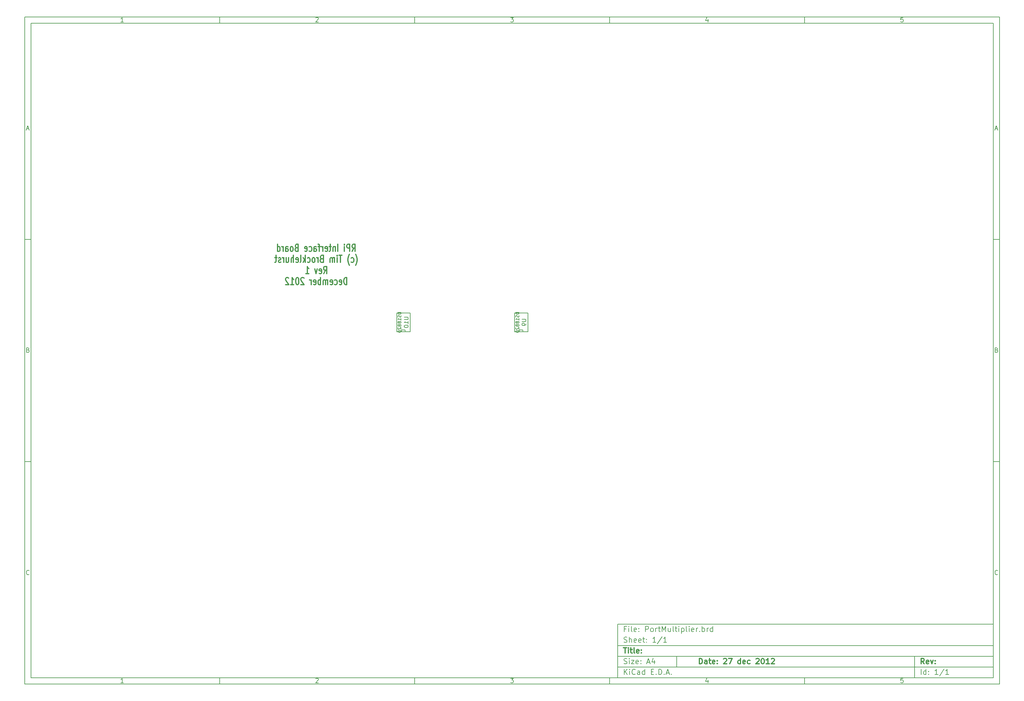
<source format=gbo>
G04 (created by PCBNEW-RS274X (2012-apr-16-27)-stable) date Thu 27 Dec 2012 11:36:06 GMT*
G01*
G70*
G90*
%MOIN*%
G04 Gerber Fmt 3.4, Leading zero omitted, Abs format*
%FSLAX34Y34*%
G04 APERTURE LIST*
%ADD10C,0.006000*%
%ADD11C,0.012000*%
%ADD12C,0.005000*%
G04 APERTURE END LIST*
G54D10*
X04000Y-04000D02*
X113000Y-04000D01*
X113000Y-78670D01*
X04000Y-78670D01*
X04000Y-04000D01*
X04700Y-04700D02*
X112300Y-04700D01*
X112300Y-77970D01*
X04700Y-77970D01*
X04700Y-04700D01*
X25800Y-04000D02*
X25800Y-04700D01*
X15043Y-04552D02*
X14757Y-04552D01*
X14900Y-04552D02*
X14900Y-04052D01*
X14852Y-04124D01*
X14805Y-04171D01*
X14757Y-04195D01*
X25800Y-78670D02*
X25800Y-77970D01*
X15043Y-78522D02*
X14757Y-78522D01*
X14900Y-78522D02*
X14900Y-78022D01*
X14852Y-78094D01*
X14805Y-78141D01*
X14757Y-78165D01*
X47600Y-04000D02*
X47600Y-04700D01*
X36557Y-04100D02*
X36581Y-04076D01*
X36629Y-04052D01*
X36748Y-04052D01*
X36795Y-04076D01*
X36819Y-04100D01*
X36843Y-04148D01*
X36843Y-04195D01*
X36819Y-04267D01*
X36533Y-04552D01*
X36843Y-04552D01*
X47600Y-78670D02*
X47600Y-77970D01*
X36557Y-78070D02*
X36581Y-78046D01*
X36629Y-78022D01*
X36748Y-78022D01*
X36795Y-78046D01*
X36819Y-78070D01*
X36843Y-78118D01*
X36843Y-78165D01*
X36819Y-78237D01*
X36533Y-78522D01*
X36843Y-78522D01*
X69400Y-04000D02*
X69400Y-04700D01*
X58333Y-04052D02*
X58643Y-04052D01*
X58476Y-04243D01*
X58548Y-04243D01*
X58595Y-04267D01*
X58619Y-04290D01*
X58643Y-04338D01*
X58643Y-04457D01*
X58619Y-04505D01*
X58595Y-04529D01*
X58548Y-04552D01*
X58405Y-04552D01*
X58357Y-04529D01*
X58333Y-04505D01*
X69400Y-78670D02*
X69400Y-77970D01*
X58333Y-78022D02*
X58643Y-78022D01*
X58476Y-78213D01*
X58548Y-78213D01*
X58595Y-78237D01*
X58619Y-78260D01*
X58643Y-78308D01*
X58643Y-78427D01*
X58619Y-78475D01*
X58595Y-78499D01*
X58548Y-78522D01*
X58405Y-78522D01*
X58357Y-78499D01*
X58333Y-78475D01*
X91200Y-04000D02*
X91200Y-04700D01*
X80395Y-04219D02*
X80395Y-04552D01*
X80276Y-04029D02*
X80157Y-04386D01*
X80467Y-04386D01*
X91200Y-78670D02*
X91200Y-77970D01*
X80395Y-78189D02*
X80395Y-78522D01*
X80276Y-77999D02*
X80157Y-78356D01*
X80467Y-78356D01*
X102219Y-04052D02*
X101981Y-04052D01*
X101957Y-04290D01*
X101981Y-04267D01*
X102029Y-04243D01*
X102148Y-04243D01*
X102195Y-04267D01*
X102219Y-04290D01*
X102243Y-04338D01*
X102243Y-04457D01*
X102219Y-04505D01*
X102195Y-04529D01*
X102148Y-04552D01*
X102029Y-04552D01*
X101981Y-04529D01*
X101957Y-04505D01*
X102219Y-78022D02*
X101981Y-78022D01*
X101957Y-78260D01*
X101981Y-78237D01*
X102029Y-78213D01*
X102148Y-78213D01*
X102195Y-78237D01*
X102219Y-78260D01*
X102243Y-78308D01*
X102243Y-78427D01*
X102219Y-78475D01*
X102195Y-78499D01*
X102148Y-78522D01*
X102029Y-78522D01*
X101981Y-78499D01*
X101957Y-78475D01*
X04000Y-28890D02*
X04700Y-28890D01*
X04231Y-16510D02*
X04469Y-16510D01*
X04184Y-16652D02*
X04350Y-16152D01*
X04517Y-16652D01*
X113000Y-28890D02*
X112300Y-28890D01*
X112531Y-16510D02*
X112769Y-16510D01*
X112484Y-16652D02*
X112650Y-16152D01*
X112817Y-16652D01*
X04000Y-53780D02*
X04700Y-53780D01*
X04386Y-41280D02*
X04457Y-41304D01*
X04481Y-41328D01*
X04505Y-41376D01*
X04505Y-41447D01*
X04481Y-41495D01*
X04457Y-41519D01*
X04410Y-41542D01*
X04219Y-41542D01*
X04219Y-41042D01*
X04386Y-41042D01*
X04433Y-41066D01*
X04457Y-41090D01*
X04481Y-41138D01*
X04481Y-41185D01*
X04457Y-41233D01*
X04433Y-41257D01*
X04386Y-41280D01*
X04219Y-41280D01*
X113000Y-53780D02*
X112300Y-53780D01*
X112686Y-41280D02*
X112757Y-41304D01*
X112781Y-41328D01*
X112805Y-41376D01*
X112805Y-41447D01*
X112781Y-41495D01*
X112757Y-41519D01*
X112710Y-41542D01*
X112519Y-41542D01*
X112519Y-41042D01*
X112686Y-41042D01*
X112733Y-41066D01*
X112757Y-41090D01*
X112781Y-41138D01*
X112781Y-41185D01*
X112757Y-41233D01*
X112733Y-41257D01*
X112686Y-41280D01*
X112519Y-41280D01*
X04505Y-66385D02*
X04481Y-66409D01*
X04410Y-66432D01*
X04362Y-66432D01*
X04290Y-66409D01*
X04243Y-66361D01*
X04219Y-66313D01*
X04195Y-66218D01*
X04195Y-66147D01*
X04219Y-66051D01*
X04243Y-66004D01*
X04290Y-65956D01*
X04362Y-65932D01*
X04410Y-65932D01*
X04481Y-65956D01*
X04505Y-65980D01*
X112805Y-66385D02*
X112781Y-66409D01*
X112710Y-66432D01*
X112662Y-66432D01*
X112590Y-66409D01*
X112543Y-66361D01*
X112519Y-66313D01*
X112495Y-66218D01*
X112495Y-66147D01*
X112519Y-66051D01*
X112543Y-66004D01*
X112590Y-65956D01*
X112662Y-65932D01*
X112710Y-65932D01*
X112781Y-65956D01*
X112805Y-65980D01*
G54D11*
X79443Y-76413D02*
X79443Y-75813D01*
X79586Y-75813D01*
X79671Y-75841D01*
X79729Y-75899D01*
X79757Y-75956D01*
X79786Y-76070D01*
X79786Y-76156D01*
X79757Y-76270D01*
X79729Y-76327D01*
X79671Y-76384D01*
X79586Y-76413D01*
X79443Y-76413D01*
X80300Y-76413D02*
X80300Y-76099D01*
X80271Y-76041D01*
X80214Y-76013D01*
X80100Y-76013D01*
X80043Y-76041D01*
X80300Y-76384D02*
X80243Y-76413D01*
X80100Y-76413D01*
X80043Y-76384D01*
X80014Y-76327D01*
X80014Y-76270D01*
X80043Y-76213D01*
X80100Y-76184D01*
X80243Y-76184D01*
X80300Y-76156D01*
X80500Y-76013D02*
X80729Y-76013D01*
X80586Y-75813D02*
X80586Y-76327D01*
X80614Y-76384D01*
X80672Y-76413D01*
X80729Y-76413D01*
X81157Y-76384D02*
X81100Y-76413D01*
X80986Y-76413D01*
X80929Y-76384D01*
X80900Y-76327D01*
X80900Y-76099D01*
X80929Y-76041D01*
X80986Y-76013D01*
X81100Y-76013D01*
X81157Y-76041D01*
X81186Y-76099D01*
X81186Y-76156D01*
X80900Y-76213D01*
X81443Y-76356D02*
X81471Y-76384D01*
X81443Y-76413D01*
X81414Y-76384D01*
X81443Y-76356D01*
X81443Y-76413D01*
X81443Y-76041D02*
X81471Y-76070D01*
X81443Y-76099D01*
X81414Y-76070D01*
X81443Y-76041D01*
X81443Y-76099D01*
X82157Y-75870D02*
X82186Y-75841D01*
X82243Y-75813D01*
X82386Y-75813D01*
X82443Y-75841D01*
X82472Y-75870D01*
X82500Y-75927D01*
X82500Y-75984D01*
X82472Y-76070D01*
X82129Y-76413D01*
X82500Y-76413D01*
X82700Y-75813D02*
X83100Y-75813D01*
X82843Y-76413D01*
X84042Y-76413D02*
X84042Y-75813D01*
X84042Y-76384D02*
X83985Y-76413D01*
X83871Y-76413D01*
X83813Y-76384D01*
X83785Y-76356D01*
X83756Y-76299D01*
X83756Y-76127D01*
X83785Y-76070D01*
X83813Y-76041D01*
X83871Y-76013D01*
X83985Y-76013D01*
X84042Y-76041D01*
X84556Y-76384D02*
X84499Y-76413D01*
X84385Y-76413D01*
X84328Y-76384D01*
X84299Y-76327D01*
X84299Y-76099D01*
X84328Y-76041D01*
X84385Y-76013D01*
X84499Y-76013D01*
X84556Y-76041D01*
X84585Y-76099D01*
X84585Y-76156D01*
X84299Y-76213D01*
X85099Y-76384D02*
X85042Y-76413D01*
X84928Y-76413D01*
X84870Y-76384D01*
X84842Y-76356D01*
X84813Y-76299D01*
X84813Y-76127D01*
X84842Y-76070D01*
X84870Y-76041D01*
X84928Y-76013D01*
X85042Y-76013D01*
X85099Y-76041D01*
X85784Y-75870D02*
X85813Y-75841D01*
X85870Y-75813D01*
X86013Y-75813D01*
X86070Y-75841D01*
X86099Y-75870D01*
X86127Y-75927D01*
X86127Y-75984D01*
X86099Y-76070D01*
X85756Y-76413D01*
X86127Y-76413D01*
X86498Y-75813D02*
X86555Y-75813D01*
X86612Y-75841D01*
X86641Y-75870D01*
X86670Y-75927D01*
X86698Y-76041D01*
X86698Y-76184D01*
X86670Y-76299D01*
X86641Y-76356D01*
X86612Y-76384D01*
X86555Y-76413D01*
X86498Y-76413D01*
X86441Y-76384D01*
X86412Y-76356D01*
X86384Y-76299D01*
X86355Y-76184D01*
X86355Y-76041D01*
X86384Y-75927D01*
X86412Y-75870D01*
X86441Y-75841D01*
X86498Y-75813D01*
X87269Y-76413D02*
X86926Y-76413D01*
X87098Y-76413D02*
X87098Y-75813D01*
X87041Y-75899D01*
X86983Y-75956D01*
X86926Y-75984D01*
X87497Y-75870D02*
X87526Y-75841D01*
X87583Y-75813D01*
X87726Y-75813D01*
X87783Y-75841D01*
X87812Y-75870D01*
X87840Y-75927D01*
X87840Y-75984D01*
X87812Y-76070D01*
X87469Y-76413D01*
X87840Y-76413D01*
G54D10*
X71043Y-77613D02*
X71043Y-77013D01*
X71386Y-77613D02*
X71129Y-77270D01*
X71386Y-77013D02*
X71043Y-77356D01*
X71643Y-77613D02*
X71643Y-77213D01*
X71643Y-77013D02*
X71614Y-77041D01*
X71643Y-77070D01*
X71671Y-77041D01*
X71643Y-77013D01*
X71643Y-77070D01*
X72272Y-77556D02*
X72243Y-77584D01*
X72157Y-77613D01*
X72100Y-77613D01*
X72015Y-77584D01*
X71957Y-77527D01*
X71929Y-77470D01*
X71900Y-77356D01*
X71900Y-77270D01*
X71929Y-77156D01*
X71957Y-77099D01*
X72015Y-77041D01*
X72100Y-77013D01*
X72157Y-77013D01*
X72243Y-77041D01*
X72272Y-77070D01*
X72786Y-77613D02*
X72786Y-77299D01*
X72757Y-77241D01*
X72700Y-77213D01*
X72586Y-77213D01*
X72529Y-77241D01*
X72786Y-77584D02*
X72729Y-77613D01*
X72586Y-77613D01*
X72529Y-77584D01*
X72500Y-77527D01*
X72500Y-77470D01*
X72529Y-77413D01*
X72586Y-77384D01*
X72729Y-77384D01*
X72786Y-77356D01*
X73329Y-77613D02*
X73329Y-77013D01*
X73329Y-77584D02*
X73272Y-77613D01*
X73158Y-77613D01*
X73100Y-77584D01*
X73072Y-77556D01*
X73043Y-77499D01*
X73043Y-77327D01*
X73072Y-77270D01*
X73100Y-77241D01*
X73158Y-77213D01*
X73272Y-77213D01*
X73329Y-77241D01*
X74072Y-77299D02*
X74272Y-77299D01*
X74358Y-77613D02*
X74072Y-77613D01*
X74072Y-77013D01*
X74358Y-77013D01*
X74615Y-77556D02*
X74643Y-77584D01*
X74615Y-77613D01*
X74586Y-77584D01*
X74615Y-77556D01*
X74615Y-77613D01*
X74901Y-77613D02*
X74901Y-77013D01*
X75044Y-77013D01*
X75129Y-77041D01*
X75187Y-77099D01*
X75215Y-77156D01*
X75244Y-77270D01*
X75244Y-77356D01*
X75215Y-77470D01*
X75187Y-77527D01*
X75129Y-77584D01*
X75044Y-77613D01*
X74901Y-77613D01*
X75501Y-77556D02*
X75529Y-77584D01*
X75501Y-77613D01*
X75472Y-77584D01*
X75501Y-77556D01*
X75501Y-77613D01*
X75758Y-77441D02*
X76044Y-77441D01*
X75701Y-77613D02*
X75901Y-77013D01*
X76101Y-77613D01*
X76301Y-77556D02*
X76329Y-77584D01*
X76301Y-77613D01*
X76272Y-77584D01*
X76301Y-77556D01*
X76301Y-77613D01*
G54D11*
X104586Y-76413D02*
X104386Y-76127D01*
X104243Y-76413D02*
X104243Y-75813D01*
X104471Y-75813D01*
X104529Y-75841D01*
X104557Y-75870D01*
X104586Y-75927D01*
X104586Y-76013D01*
X104557Y-76070D01*
X104529Y-76099D01*
X104471Y-76127D01*
X104243Y-76127D01*
X105071Y-76384D02*
X105014Y-76413D01*
X104900Y-76413D01*
X104843Y-76384D01*
X104814Y-76327D01*
X104814Y-76099D01*
X104843Y-76041D01*
X104900Y-76013D01*
X105014Y-76013D01*
X105071Y-76041D01*
X105100Y-76099D01*
X105100Y-76156D01*
X104814Y-76213D01*
X105300Y-76013D02*
X105443Y-76413D01*
X105585Y-76013D01*
X105814Y-76356D02*
X105842Y-76384D01*
X105814Y-76413D01*
X105785Y-76384D01*
X105814Y-76356D01*
X105814Y-76413D01*
X105814Y-76041D02*
X105842Y-76070D01*
X105814Y-76099D01*
X105785Y-76070D01*
X105814Y-76041D01*
X105814Y-76099D01*
G54D10*
X71014Y-76384D02*
X71100Y-76413D01*
X71243Y-76413D01*
X71300Y-76384D01*
X71329Y-76356D01*
X71357Y-76299D01*
X71357Y-76241D01*
X71329Y-76184D01*
X71300Y-76156D01*
X71243Y-76127D01*
X71129Y-76099D01*
X71071Y-76070D01*
X71043Y-76041D01*
X71014Y-75984D01*
X71014Y-75927D01*
X71043Y-75870D01*
X71071Y-75841D01*
X71129Y-75813D01*
X71271Y-75813D01*
X71357Y-75841D01*
X71614Y-76413D02*
X71614Y-76013D01*
X71614Y-75813D02*
X71585Y-75841D01*
X71614Y-75870D01*
X71642Y-75841D01*
X71614Y-75813D01*
X71614Y-75870D01*
X71843Y-76013D02*
X72157Y-76013D01*
X71843Y-76413D01*
X72157Y-76413D01*
X72614Y-76384D02*
X72557Y-76413D01*
X72443Y-76413D01*
X72386Y-76384D01*
X72357Y-76327D01*
X72357Y-76099D01*
X72386Y-76041D01*
X72443Y-76013D01*
X72557Y-76013D01*
X72614Y-76041D01*
X72643Y-76099D01*
X72643Y-76156D01*
X72357Y-76213D01*
X72900Y-76356D02*
X72928Y-76384D01*
X72900Y-76413D01*
X72871Y-76384D01*
X72900Y-76356D01*
X72900Y-76413D01*
X72900Y-76041D02*
X72928Y-76070D01*
X72900Y-76099D01*
X72871Y-76070D01*
X72900Y-76041D01*
X72900Y-76099D01*
X73614Y-76241D02*
X73900Y-76241D01*
X73557Y-76413D02*
X73757Y-75813D01*
X73957Y-76413D01*
X74414Y-76013D02*
X74414Y-76413D01*
X74271Y-75784D02*
X74128Y-76213D01*
X74500Y-76213D01*
X104243Y-77613D02*
X104243Y-77013D01*
X104786Y-77613D02*
X104786Y-77013D01*
X104786Y-77584D02*
X104729Y-77613D01*
X104615Y-77613D01*
X104557Y-77584D01*
X104529Y-77556D01*
X104500Y-77499D01*
X104500Y-77327D01*
X104529Y-77270D01*
X104557Y-77241D01*
X104615Y-77213D01*
X104729Y-77213D01*
X104786Y-77241D01*
X105072Y-77556D02*
X105100Y-77584D01*
X105072Y-77613D01*
X105043Y-77584D01*
X105072Y-77556D01*
X105072Y-77613D01*
X105072Y-77241D02*
X105100Y-77270D01*
X105072Y-77299D01*
X105043Y-77270D01*
X105072Y-77241D01*
X105072Y-77299D01*
X106129Y-77613D02*
X105786Y-77613D01*
X105958Y-77613D02*
X105958Y-77013D01*
X105901Y-77099D01*
X105843Y-77156D01*
X105786Y-77184D01*
X106814Y-76984D02*
X106300Y-77756D01*
X107329Y-77613D02*
X106986Y-77613D01*
X107158Y-77613D02*
X107158Y-77013D01*
X107101Y-77099D01*
X107043Y-77156D01*
X106986Y-77184D01*
G54D11*
X70957Y-74613D02*
X71300Y-74613D01*
X71129Y-75213D02*
X71129Y-74613D01*
X71500Y-75213D02*
X71500Y-74813D01*
X71500Y-74613D02*
X71471Y-74641D01*
X71500Y-74670D01*
X71528Y-74641D01*
X71500Y-74613D01*
X71500Y-74670D01*
X71700Y-74813D02*
X71929Y-74813D01*
X71786Y-74613D02*
X71786Y-75127D01*
X71814Y-75184D01*
X71872Y-75213D01*
X71929Y-75213D01*
X72215Y-75213D02*
X72157Y-75184D01*
X72129Y-75127D01*
X72129Y-74613D01*
X72671Y-75184D02*
X72614Y-75213D01*
X72500Y-75213D01*
X72443Y-75184D01*
X72414Y-75127D01*
X72414Y-74899D01*
X72443Y-74841D01*
X72500Y-74813D01*
X72614Y-74813D01*
X72671Y-74841D01*
X72700Y-74899D01*
X72700Y-74956D01*
X72414Y-75013D01*
X72957Y-75156D02*
X72985Y-75184D01*
X72957Y-75213D01*
X72928Y-75184D01*
X72957Y-75156D01*
X72957Y-75213D01*
X72957Y-74841D02*
X72985Y-74870D01*
X72957Y-74899D01*
X72928Y-74870D01*
X72957Y-74841D01*
X72957Y-74899D01*
G54D10*
X71243Y-72499D02*
X71043Y-72499D01*
X71043Y-72813D02*
X71043Y-72213D01*
X71329Y-72213D01*
X71557Y-72813D02*
X71557Y-72413D01*
X71557Y-72213D02*
X71528Y-72241D01*
X71557Y-72270D01*
X71585Y-72241D01*
X71557Y-72213D01*
X71557Y-72270D01*
X71929Y-72813D02*
X71871Y-72784D01*
X71843Y-72727D01*
X71843Y-72213D01*
X72385Y-72784D02*
X72328Y-72813D01*
X72214Y-72813D01*
X72157Y-72784D01*
X72128Y-72727D01*
X72128Y-72499D01*
X72157Y-72441D01*
X72214Y-72413D01*
X72328Y-72413D01*
X72385Y-72441D01*
X72414Y-72499D01*
X72414Y-72556D01*
X72128Y-72613D01*
X72671Y-72756D02*
X72699Y-72784D01*
X72671Y-72813D01*
X72642Y-72784D01*
X72671Y-72756D01*
X72671Y-72813D01*
X72671Y-72441D02*
X72699Y-72470D01*
X72671Y-72499D01*
X72642Y-72470D01*
X72671Y-72441D01*
X72671Y-72499D01*
X73414Y-72813D02*
X73414Y-72213D01*
X73642Y-72213D01*
X73700Y-72241D01*
X73728Y-72270D01*
X73757Y-72327D01*
X73757Y-72413D01*
X73728Y-72470D01*
X73700Y-72499D01*
X73642Y-72527D01*
X73414Y-72527D01*
X74100Y-72813D02*
X74042Y-72784D01*
X74014Y-72756D01*
X73985Y-72699D01*
X73985Y-72527D01*
X74014Y-72470D01*
X74042Y-72441D01*
X74100Y-72413D01*
X74185Y-72413D01*
X74242Y-72441D01*
X74271Y-72470D01*
X74300Y-72527D01*
X74300Y-72699D01*
X74271Y-72756D01*
X74242Y-72784D01*
X74185Y-72813D01*
X74100Y-72813D01*
X74557Y-72813D02*
X74557Y-72413D01*
X74557Y-72527D02*
X74585Y-72470D01*
X74614Y-72441D01*
X74671Y-72413D01*
X74728Y-72413D01*
X74842Y-72413D02*
X75071Y-72413D01*
X74928Y-72213D02*
X74928Y-72727D01*
X74956Y-72784D01*
X75014Y-72813D01*
X75071Y-72813D01*
X75271Y-72813D02*
X75271Y-72213D01*
X75471Y-72641D01*
X75671Y-72213D01*
X75671Y-72813D01*
X76214Y-72413D02*
X76214Y-72813D01*
X75957Y-72413D02*
X75957Y-72727D01*
X75985Y-72784D01*
X76043Y-72813D01*
X76128Y-72813D01*
X76185Y-72784D01*
X76214Y-72756D01*
X76586Y-72813D02*
X76528Y-72784D01*
X76500Y-72727D01*
X76500Y-72213D01*
X76728Y-72413D02*
X76957Y-72413D01*
X76814Y-72213D02*
X76814Y-72727D01*
X76842Y-72784D01*
X76900Y-72813D01*
X76957Y-72813D01*
X77157Y-72813D02*
X77157Y-72413D01*
X77157Y-72213D02*
X77128Y-72241D01*
X77157Y-72270D01*
X77185Y-72241D01*
X77157Y-72213D01*
X77157Y-72270D01*
X77443Y-72413D02*
X77443Y-73013D01*
X77443Y-72441D02*
X77500Y-72413D01*
X77614Y-72413D01*
X77671Y-72441D01*
X77700Y-72470D01*
X77729Y-72527D01*
X77729Y-72699D01*
X77700Y-72756D01*
X77671Y-72784D01*
X77614Y-72813D01*
X77500Y-72813D01*
X77443Y-72784D01*
X78072Y-72813D02*
X78014Y-72784D01*
X77986Y-72727D01*
X77986Y-72213D01*
X78300Y-72813D02*
X78300Y-72413D01*
X78300Y-72213D02*
X78271Y-72241D01*
X78300Y-72270D01*
X78328Y-72241D01*
X78300Y-72213D01*
X78300Y-72270D01*
X78814Y-72784D02*
X78757Y-72813D01*
X78643Y-72813D01*
X78586Y-72784D01*
X78557Y-72727D01*
X78557Y-72499D01*
X78586Y-72441D01*
X78643Y-72413D01*
X78757Y-72413D01*
X78814Y-72441D01*
X78843Y-72499D01*
X78843Y-72556D01*
X78557Y-72613D01*
X79100Y-72813D02*
X79100Y-72413D01*
X79100Y-72527D02*
X79128Y-72470D01*
X79157Y-72441D01*
X79214Y-72413D01*
X79271Y-72413D01*
X79471Y-72756D02*
X79499Y-72784D01*
X79471Y-72813D01*
X79442Y-72784D01*
X79471Y-72756D01*
X79471Y-72813D01*
X79757Y-72813D02*
X79757Y-72213D01*
X79757Y-72441D02*
X79814Y-72413D01*
X79928Y-72413D01*
X79985Y-72441D01*
X80014Y-72470D01*
X80043Y-72527D01*
X80043Y-72699D01*
X80014Y-72756D01*
X79985Y-72784D01*
X79928Y-72813D01*
X79814Y-72813D01*
X79757Y-72784D01*
X80300Y-72813D02*
X80300Y-72413D01*
X80300Y-72527D02*
X80328Y-72470D01*
X80357Y-72441D01*
X80414Y-72413D01*
X80471Y-72413D01*
X80928Y-72813D02*
X80928Y-72213D01*
X80928Y-72784D02*
X80871Y-72813D01*
X80757Y-72813D01*
X80699Y-72784D01*
X80671Y-72756D01*
X80642Y-72699D01*
X80642Y-72527D01*
X80671Y-72470D01*
X80699Y-72441D01*
X80757Y-72413D01*
X80871Y-72413D01*
X80928Y-72441D01*
X71014Y-73984D02*
X71100Y-74013D01*
X71243Y-74013D01*
X71300Y-73984D01*
X71329Y-73956D01*
X71357Y-73899D01*
X71357Y-73841D01*
X71329Y-73784D01*
X71300Y-73756D01*
X71243Y-73727D01*
X71129Y-73699D01*
X71071Y-73670D01*
X71043Y-73641D01*
X71014Y-73584D01*
X71014Y-73527D01*
X71043Y-73470D01*
X71071Y-73441D01*
X71129Y-73413D01*
X71271Y-73413D01*
X71357Y-73441D01*
X71614Y-74013D02*
X71614Y-73413D01*
X71871Y-74013D02*
X71871Y-73699D01*
X71842Y-73641D01*
X71785Y-73613D01*
X71700Y-73613D01*
X71642Y-73641D01*
X71614Y-73670D01*
X72385Y-73984D02*
X72328Y-74013D01*
X72214Y-74013D01*
X72157Y-73984D01*
X72128Y-73927D01*
X72128Y-73699D01*
X72157Y-73641D01*
X72214Y-73613D01*
X72328Y-73613D01*
X72385Y-73641D01*
X72414Y-73699D01*
X72414Y-73756D01*
X72128Y-73813D01*
X72899Y-73984D02*
X72842Y-74013D01*
X72728Y-74013D01*
X72671Y-73984D01*
X72642Y-73927D01*
X72642Y-73699D01*
X72671Y-73641D01*
X72728Y-73613D01*
X72842Y-73613D01*
X72899Y-73641D01*
X72928Y-73699D01*
X72928Y-73756D01*
X72642Y-73813D01*
X73099Y-73613D02*
X73328Y-73613D01*
X73185Y-73413D02*
X73185Y-73927D01*
X73213Y-73984D01*
X73271Y-74013D01*
X73328Y-74013D01*
X73528Y-73956D02*
X73556Y-73984D01*
X73528Y-74013D01*
X73499Y-73984D01*
X73528Y-73956D01*
X73528Y-74013D01*
X73528Y-73641D02*
X73556Y-73670D01*
X73528Y-73699D01*
X73499Y-73670D01*
X73528Y-73641D01*
X73528Y-73699D01*
X74585Y-74013D02*
X74242Y-74013D01*
X74414Y-74013D02*
X74414Y-73413D01*
X74357Y-73499D01*
X74299Y-73556D01*
X74242Y-73584D01*
X75270Y-73384D02*
X74756Y-74156D01*
X75785Y-74013D02*
X75442Y-74013D01*
X75614Y-74013D02*
X75614Y-73413D01*
X75557Y-73499D01*
X75499Y-73556D01*
X75442Y-73584D01*
X70300Y-71970D02*
X70300Y-77970D01*
X70300Y-71970D02*
X112300Y-71970D01*
X70300Y-71970D02*
X112300Y-71970D01*
X70300Y-74370D02*
X112300Y-74370D01*
X103500Y-75570D02*
X103500Y-77970D01*
X70300Y-76770D02*
X112300Y-76770D01*
X70300Y-75570D02*
X112300Y-75570D01*
X76900Y-75570D02*
X76900Y-76770D01*
G54D11*
X40613Y-30245D02*
X40813Y-29864D01*
X40956Y-30245D02*
X40956Y-29445D01*
X40728Y-29445D01*
X40670Y-29483D01*
X40642Y-29521D01*
X40613Y-29597D01*
X40613Y-29711D01*
X40642Y-29788D01*
X40670Y-29826D01*
X40728Y-29864D01*
X40956Y-29864D01*
X40356Y-30245D02*
X40356Y-29445D01*
X40128Y-29445D01*
X40070Y-29483D01*
X40042Y-29521D01*
X40013Y-29597D01*
X40013Y-29711D01*
X40042Y-29788D01*
X40070Y-29826D01*
X40128Y-29864D01*
X40356Y-29864D01*
X39756Y-30245D02*
X39756Y-29711D01*
X39756Y-29445D02*
X39785Y-29483D01*
X39756Y-29521D01*
X39728Y-29483D01*
X39756Y-29445D01*
X39756Y-29521D01*
X39013Y-30245D02*
X39013Y-29445D01*
X38727Y-29711D02*
X38727Y-30245D01*
X38727Y-29788D02*
X38699Y-29750D01*
X38641Y-29711D01*
X38556Y-29711D01*
X38499Y-29750D01*
X38470Y-29826D01*
X38470Y-30245D01*
X38270Y-29711D02*
X38041Y-29711D01*
X38184Y-29445D02*
X38184Y-30131D01*
X38156Y-30207D01*
X38098Y-30245D01*
X38041Y-30245D01*
X37613Y-30207D02*
X37670Y-30245D01*
X37784Y-30245D01*
X37841Y-30207D01*
X37870Y-30131D01*
X37870Y-29826D01*
X37841Y-29750D01*
X37784Y-29711D01*
X37670Y-29711D01*
X37613Y-29750D01*
X37584Y-29826D01*
X37584Y-29902D01*
X37870Y-29978D01*
X37327Y-30245D02*
X37327Y-29711D01*
X37327Y-29864D02*
X37299Y-29788D01*
X37270Y-29750D01*
X37213Y-29711D01*
X37156Y-29711D01*
X37042Y-29711D02*
X36813Y-29711D01*
X36956Y-30245D02*
X36956Y-29559D01*
X36928Y-29483D01*
X36870Y-29445D01*
X36813Y-29445D01*
X36356Y-30245D02*
X36356Y-29826D01*
X36385Y-29750D01*
X36442Y-29711D01*
X36556Y-29711D01*
X36613Y-29750D01*
X36356Y-30207D02*
X36413Y-30245D01*
X36556Y-30245D01*
X36613Y-30207D01*
X36642Y-30131D01*
X36642Y-30054D01*
X36613Y-29978D01*
X36556Y-29940D01*
X36413Y-29940D01*
X36356Y-29902D01*
X35813Y-30207D02*
X35870Y-30245D01*
X35984Y-30245D01*
X36042Y-30207D01*
X36070Y-30169D01*
X36099Y-30092D01*
X36099Y-29864D01*
X36070Y-29788D01*
X36042Y-29750D01*
X35984Y-29711D01*
X35870Y-29711D01*
X35813Y-29750D01*
X35328Y-30207D02*
X35385Y-30245D01*
X35499Y-30245D01*
X35556Y-30207D01*
X35585Y-30131D01*
X35585Y-29826D01*
X35556Y-29750D01*
X35499Y-29711D01*
X35385Y-29711D01*
X35328Y-29750D01*
X35299Y-29826D01*
X35299Y-29902D01*
X35585Y-29978D01*
X34385Y-29826D02*
X34299Y-29864D01*
X34271Y-29902D01*
X34242Y-29978D01*
X34242Y-30092D01*
X34271Y-30169D01*
X34299Y-30207D01*
X34357Y-30245D01*
X34585Y-30245D01*
X34585Y-29445D01*
X34385Y-29445D01*
X34328Y-29483D01*
X34299Y-29521D01*
X34271Y-29597D01*
X34271Y-29673D01*
X34299Y-29750D01*
X34328Y-29788D01*
X34385Y-29826D01*
X34585Y-29826D01*
X33899Y-30245D02*
X33957Y-30207D01*
X33985Y-30169D01*
X34014Y-30092D01*
X34014Y-29864D01*
X33985Y-29788D01*
X33957Y-29750D01*
X33899Y-29711D01*
X33814Y-29711D01*
X33757Y-29750D01*
X33728Y-29788D01*
X33699Y-29864D01*
X33699Y-30092D01*
X33728Y-30169D01*
X33757Y-30207D01*
X33814Y-30245D01*
X33899Y-30245D01*
X33185Y-30245D02*
X33185Y-29826D01*
X33214Y-29750D01*
X33271Y-29711D01*
X33385Y-29711D01*
X33442Y-29750D01*
X33185Y-30207D02*
X33242Y-30245D01*
X33385Y-30245D01*
X33442Y-30207D01*
X33471Y-30131D01*
X33471Y-30054D01*
X33442Y-29978D01*
X33385Y-29940D01*
X33242Y-29940D01*
X33185Y-29902D01*
X32899Y-30245D02*
X32899Y-29711D01*
X32899Y-29864D02*
X32871Y-29788D01*
X32842Y-29750D01*
X32785Y-29711D01*
X32728Y-29711D01*
X32271Y-30245D02*
X32271Y-29445D01*
X32271Y-30207D02*
X32328Y-30245D01*
X32442Y-30245D01*
X32500Y-30207D01*
X32528Y-30169D01*
X32557Y-30092D01*
X32557Y-29864D01*
X32528Y-29788D01*
X32500Y-29750D01*
X32442Y-29711D01*
X32328Y-29711D01*
X32271Y-29750D01*
X40999Y-31790D02*
X41027Y-31751D01*
X41084Y-31637D01*
X41113Y-31561D01*
X41142Y-31447D01*
X41170Y-31256D01*
X41170Y-31104D01*
X41142Y-30913D01*
X41113Y-30799D01*
X41084Y-30723D01*
X41027Y-30609D01*
X40999Y-30571D01*
X40513Y-31447D02*
X40570Y-31485D01*
X40684Y-31485D01*
X40742Y-31447D01*
X40770Y-31409D01*
X40799Y-31332D01*
X40799Y-31104D01*
X40770Y-31028D01*
X40742Y-30990D01*
X40684Y-30951D01*
X40570Y-30951D01*
X40513Y-30990D01*
X40313Y-31790D02*
X40285Y-31751D01*
X40228Y-31637D01*
X40199Y-31561D01*
X40170Y-31447D01*
X40142Y-31256D01*
X40142Y-31104D01*
X40170Y-30913D01*
X40199Y-30799D01*
X40228Y-30723D01*
X40285Y-30609D01*
X40313Y-30571D01*
X39485Y-30685D02*
X39142Y-30685D01*
X39313Y-31485D02*
X39313Y-30685D01*
X38942Y-31485D02*
X38942Y-30951D01*
X38942Y-30685D02*
X38971Y-30723D01*
X38942Y-30761D01*
X38914Y-30723D01*
X38942Y-30685D01*
X38942Y-30761D01*
X38656Y-31485D02*
X38656Y-30951D01*
X38656Y-31028D02*
X38628Y-30990D01*
X38570Y-30951D01*
X38485Y-30951D01*
X38428Y-30990D01*
X38399Y-31066D01*
X38399Y-31485D01*
X38399Y-31066D02*
X38370Y-30990D01*
X38313Y-30951D01*
X38228Y-30951D01*
X38170Y-30990D01*
X38142Y-31066D01*
X38142Y-31485D01*
X37199Y-31066D02*
X37113Y-31104D01*
X37085Y-31142D01*
X37056Y-31218D01*
X37056Y-31332D01*
X37085Y-31409D01*
X37113Y-31447D01*
X37171Y-31485D01*
X37399Y-31485D01*
X37399Y-30685D01*
X37199Y-30685D01*
X37142Y-30723D01*
X37113Y-30761D01*
X37085Y-30837D01*
X37085Y-30913D01*
X37113Y-30990D01*
X37142Y-31028D01*
X37199Y-31066D01*
X37399Y-31066D01*
X36799Y-31485D02*
X36799Y-30951D01*
X36799Y-31104D02*
X36771Y-31028D01*
X36742Y-30990D01*
X36685Y-30951D01*
X36628Y-30951D01*
X36342Y-31485D02*
X36400Y-31447D01*
X36428Y-31409D01*
X36457Y-31332D01*
X36457Y-31104D01*
X36428Y-31028D01*
X36400Y-30990D01*
X36342Y-30951D01*
X36257Y-30951D01*
X36200Y-30990D01*
X36171Y-31028D01*
X36142Y-31104D01*
X36142Y-31332D01*
X36171Y-31409D01*
X36200Y-31447D01*
X36257Y-31485D01*
X36342Y-31485D01*
X35628Y-31447D02*
X35685Y-31485D01*
X35799Y-31485D01*
X35857Y-31447D01*
X35885Y-31409D01*
X35914Y-31332D01*
X35914Y-31104D01*
X35885Y-31028D01*
X35857Y-30990D01*
X35799Y-30951D01*
X35685Y-30951D01*
X35628Y-30990D01*
X35371Y-31485D02*
X35371Y-30685D01*
X35314Y-31180D02*
X35143Y-31485D01*
X35143Y-30951D02*
X35371Y-31256D01*
X34799Y-31485D02*
X34857Y-31447D01*
X34885Y-31371D01*
X34885Y-30685D01*
X34343Y-31447D02*
X34400Y-31485D01*
X34514Y-31485D01*
X34571Y-31447D01*
X34600Y-31371D01*
X34600Y-31066D01*
X34571Y-30990D01*
X34514Y-30951D01*
X34400Y-30951D01*
X34343Y-30990D01*
X34314Y-31066D01*
X34314Y-31142D01*
X34600Y-31218D01*
X34057Y-31485D02*
X34057Y-30685D01*
X33800Y-31485D02*
X33800Y-31066D01*
X33829Y-30990D01*
X33886Y-30951D01*
X33971Y-30951D01*
X34029Y-30990D01*
X34057Y-31028D01*
X33257Y-30951D02*
X33257Y-31485D01*
X33514Y-30951D02*
X33514Y-31371D01*
X33486Y-31447D01*
X33428Y-31485D01*
X33343Y-31485D01*
X33286Y-31447D01*
X33257Y-31409D01*
X32971Y-31485D02*
X32971Y-30951D01*
X32971Y-31104D02*
X32943Y-31028D01*
X32914Y-30990D01*
X32857Y-30951D01*
X32800Y-30951D01*
X32629Y-31447D02*
X32572Y-31485D01*
X32457Y-31485D01*
X32400Y-31447D01*
X32372Y-31371D01*
X32372Y-31332D01*
X32400Y-31256D01*
X32457Y-31218D01*
X32543Y-31218D01*
X32600Y-31180D01*
X32629Y-31104D01*
X32629Y-31066D01*
X32600Y-30990D01*
X32543Y-30951D01*
X32457Y-30951D01*
X32400Y-30990D01*
X32200Y-30951D02*
X31971Y-30951D01*
X32114Y-30685D02*
X32114Y-31371D01*
X32086Y-31447D01*
X32028Y-31485D01*
X31971Y-31485D01*
X37427Y-32725D02*
X37627Y-32344D01*
X37770Y-32725D02*
X37770Y-31925D01*
X37542Y-31925D01*
X37484Y-31963D01*
X37456Y-32001D01*
X37427Y-32077D01*
X37427Y-32191D01*
X37456Y-32268D01*
X37484Y-32306D01*
X37542Y-32344D01*
X37770Y-32344D01*
X36942Y-32687D02*
X36999Y-32725D01*
X37113Y-32725D01*
X37170Y-32687D01*
X37199Y-32611D01*
X37199Y-32306D01*
X37170Y-32230D01*
X37113Y-32191D01*
X36999Y-32191D01*
X36942Y-32230D01*
X36913Y-32306D01*
X36913Y-32382D01*
X37199Y-32458D01*
X36713Y-32191D02*
X36570Y-32725D01*
X36428Y-32191D01*
X35428Y-32725D02*
X35771Y-32725D01*
X35599Y-32725D02*
X35599Y-31925D01*
X35656Y-32039D01*
X35714Y-32115D01*
X35771Y-32153D01*
X40026Y-33965D02*
X40026Y-33165D01*
X39883Y-33165D01*
X39798Y-33203D01*
X39740Y-33279D01*
X39712Y-33355D01*
X39683Y-33508D01*
X39683Y-33622D01*
X39712Y-33774D01*
X39740Y-33851D01*
X39798Y-33927D01*
X39883Y-33965D01*
X40026Y-33965D01*
X39198Y-33927D02*
X39255Y-33965D01*
X39369Y-33965D01*
X39426Y-33927D01*
X39455Y-33851D01*
X39455Y-33546D01*
X39426Y-33470D01*
X39369Y-33431D01*
X39255Y-33431D01*
X39198Y-33470D01*
X39169Y-33546D01*
X39169Y-33622D01*
X39455Y-33698D01*
X38655Y-33927D02*
X38712Y-33965D01*
X38826Y-33965D01*
X38884Y-33927D01*
X38912Y-33889D01*
X38941Y-33812D01*
X38941Y-33584D01*
X38912Y-33508D01*
X38884Y-33470D01*
X38826Y-33431D01*
X38712Y-33431D01*
X38655Y-33470D01*
X38170Y-33927D02*
X38227Y-33965D01*
X38341Y-33965D01*
X38398Y-33927D01*
X38427Y-33851D01*
X38427Y-33546D01*
X38398Y-33470D01*
X38341Y-33431D01*
X38227Y-33431D01*
X38170Y-33470D01*
X38141Y-33546D01*
X38141Y-33622D01*
X38427Y-33698D01*
X37884Y-33965D02*
X37884Y-33431D01*
X37884Y-33508D02*
X37856Y-33470D01*
X37798Y-33431D01*
X37713Y-33431D01*
X37656Y-33470D01*
X37627Y-33546D01*
X37627Y-33965D01*
X37627Y-33546D02*
X37598Y-33470D01*
X37541Y-33431D01*
X37456Y-33431D01*
X37398Y-33470D01*
X37370Y-33546D01*
X37370Y-33965D01*
X37084Y-33965D02*
X37084Y-33165D01*
X37084Y-33470D02*
X37027Y-33431D01*
X36913Y-33431D01*
X36856Y-33470D01*
X36827Y-33508D01*
X36798Y-33584D01*
X36798Y-33812D01*
X36827Y-33889D01*
X36856Y-33927D01*
X36913Y-33965D01*
X37027Y-33965D01*
X37084Y-33927D01*
X36313Y-33927D02*
X36370Y-33965D01*
X36484Y-33965D01*
X36541Y-33927D01*
X36570Y-33851D01*
X36570Y-33546D01*
X36541Y-33470D01*
X36484Y-33431D01*
X36370Y-33431D01*
X36313Y-33470D01*
X36284Y-33546D01*
X36284Y-33622D01*
X36570Y-33698D01*
X36027Y-33965D02*
X36027Y-33431D01*
X36027Y-33584D02*
X35999Y-33508D01*
X35970Y-33470D01*
X35913Y-33431D01*
X35856Y-33431D01*
X35228Y-33241D02*
X35199Y-33203D01*
X35142Y-33165D01*
X34999Y-33165D01*
X34942Y-33203D01*
X34913Y-33241D01*
X34885Y-33317D01*
X34885Y-33393D01*
X34913Y-33508D01*
X35256Y-33965D01*
X34885Y-33965D01*
X34514Y-33165D02*
X34457Y-33165D01*
X34400Y-33203D01*
X34371Y-33241D01*
X34342Y-33317D01*
X34314Y-33470D01*
X34314Y-33660D01*
X34342Y-33812D01*
X34371Y-33889D01*
X34400Y-33927D01*
X34457Y-33965D01*
X34514Y-33965D01*
X34571Y-33927D01*
X34600Y-33889D01*
X34628Y-33812D01*
X34657Y-33660D01*
X34657Y-33470D01*
X34628Y-33317D01*
X34600Y-33241D01*
X34571Y-33203D01*
X34514Y-33165D01*
X33743Y-33965D02*
X34086Y-33965D01*
X33914Y-33965D02*
X33914Y-33165D01*
X33971Y-33279D01*
X34029Y-33355D01*
X34086Y-33393D01*
X33515Y-33241D02*
X33486Y-33203D01*
X33429Y-33165D01*
X33286Y-33165D01*
X33229Y-33203D01*
X33200Y-33241D01*
X33172Y-33317D01*
X33172Y-33393D01*
X33200Y-33508D01*
X33543Y-33965D01*
X33172Y-33965D01*
G54D12*
X45650Y-39225D02*
X45600Y-39225D01*
X45600Y-39225D02*
X45600Y-37125D01*
X47100Y-37125D02*
X47100Y-39225D01*
X47100Y-39225D02*
X45650Y-39225D01*
X46550Y-39225D02*
X46550Y-39025D01*
X46550Y-39025D02*
X46150Y-39025D01*
X46150Y-39025D02*
X46150Y-39225D01*
X47100Y-37125D02*
X45600Y-37125D01*
X58825Y-39225D02*
X58775Y-39225D01*
X58775Y-39225D02*
X58775Y-37125D01*
X60275Y-37125D02*
X60275Y-39225D01*
X60275Y-39225D02*
X58825Y-39225D01*
X59725Y-39225D02*
X59725Y-39025D01*
X59725Y-39025D02*
X59325Y-39025D01*
X59325Y-39025D02*
X59325Y-39225D01*
X60275Y-37125D02*
X58775Y-37125D01*
G54D10*
X46432Y-37618D02*
X46796Y-37618D01*
X46839Y-37640D01*
X46861Y-37661D01*
X46882Y-37704D01*
X46882Y-37790D01*
X46861Y-37832D01*
X46839Y-37854D01*
X46796Y-37875D01*
X46432Y-37875D01*
X46882Y-38325D02*
X46882Y-38068D01*
X46882Y-38196D02*
X46432Y-38196D01*
X46496Y-38153D01*
X46539Y-38111D01*
X46561Y-38068D01*
X46432Y-38604D02*
X46432Y-38647D01*
X46454Y-38690D01*
X46475Y-38711D01*
X46518Y-38732D01*
X46604Y-38754D01*
X46711Y-38754D01*
X46796Y-38732D01*
X46839Y-38711D01*
X46861Y-38690D01*
X46882Y-38647D01*
X46882Y-38604D01*
X46861Y-38561D01*
X46839Y-38540D01*
X46796Y-38518D01*
X46711Y-38497D01*
X46604Y-38497D01*
X46518Y-38518D01*
X46475Y-38540D01*
X46454Y-38561D01*
X46432Y-38604D01*
X46092Y-37076D02*
X45742Y-37076D01*
X45742Y-37160D01*
X45758Y-37210D01*
X45792Y-37243D01*
X45825Y-37260D01*
X45892Y-37276D01*
X45942Y-37276D01*
X46008Y-37260D01*
X46042Y-37243D01*
X46075Y-37210D01*
X46092Y-37160D01*
X46092Y-37076D01*
X46075Y-37410D02*
X46092Y-37460D01*
X46092Y-37543D01*
X46075Y-37576D01*
X46058Y-37593D01*
X46025Y-37610D01*
X45992Y-37610D01*
X45958Y-37593D01*
X45942Y-37576D01*
X45925Y-37543D01*
X45908Y-37476D01*
X45892Y-37443D01*
X45875Y-37426D01*
X45842Y-37410D01*
X45808Y-37410D01*
X45775Y-37426D01*
X45758Y-37443D01*
X45742Y-37476D01*
X45742Y-37560D01*
X45758Y-37610D01*
X46092Y-37943D02*
X46092Y-37743D01*
X46092Y-37843D02*
X45742Y-37843D01*
X45792Y-37809D01*
X45825Y-37776D01*
X45842Y-37743D01*
X45892Y-38142D02*
X45875Y-38109D01*
X45858Y-38092D01*
X45825Y-38076D01*
X45808Y-38076D01*
X45775Y-38092D01*
X45758Y-38109D01*
X45742Y-38142D01*
X45742Y-38209D01*
X45758Y-38242D01*
X45775Y-38259D01*
X45808Y-38276D01*
X45825Y-38276D01*
X45858Y-38259D01*
X45875Y-38242D01*
X45892Y-38209D01*
X45892Y-38142D01*
X45908Y-38109D01*
X45925Y-38092D01*
X45958Y-38076D01*
X46025Y-38076D01*
X46058Y-38092D01*
X46075Y-38109D01*
X46092Y-38142D01*
X46092Y-38209D01*
X46075Y-38242D01*
X46058Y-38259D01*
X46025Y-38276D01*
X45958Y-38276D01*
X45925Y-38259D01*
X45908Y-38242D01*
X45892Y-38209D01*
X45908Y-38542D02*
X45925Y-38592D01*
X45942Y-38609D01*
X45975Y-38625D01*
X46025Y-38625D01*
X46058Y-38609D01*
X46075Y-38592D01*
X46092Y-38559D01*
X46092Y-38425D01*
X45742Y-38425D01*
X45742Y-38542D01*
X45758Y-38575D01*
X45775Y-38592D01*
X45808Y-38609D01*
X45842Y-38609D01*
X45875Y-38592D01*
X45892Y-38575D01*
X45908Y-38542D01*
X45908Y-38425D01*
X45775Y-38759D02*
X45758Y-38775D01*
X45742Y-38809D01*
X45742Y-38892D01*
X45758Y-38925D01*
X45775Y-38942D01*
X45808Y-38959D01*
X45842Y-38959D01*
X45892Y-38942D01*
X46092Y-38742D01*
X46092Y-38959D01*
X45742Y-39175D02*
X45742Y-39208D01*
X45758Y-39242D01*
X45775Y-39258D01*
X45808Y-39275D01*
X45875Y-39292D01*
X45958Y-39292D01*
X46025Y-39275D01*
X46058Y-39258D01*
X46075Y-39242D01*
X46092Y-39208D01*
X46092Y-39175D01*
X46075Y-39142D01*
X46058Y-39125D01*
X46025Y-39108D01*
X45958Y-39092D01*
X45875Y-39092D01*
X45808Y-39108D01*
X45775Y-39125D01*
X45758Y-39142D01*
X45742Y-39175D01*
X59607Y-37832D02*
X59971Y-37832D01*
X60014Y-37854D01*
X60036Y-37875D01*
X60057Y-37918D01*
X60057Y-38004D01*
X60036Y-38046D01*
X60014Y-38068D01*
X59971Y-38089D01*
X59607Y-38089D01*
X60057Y-38325D02*
X60057Y-38410D01*
X60036Y-38453D01*
X60014Y-38475D01*
X59950Y-38517D01*
X59864Y-38539D01*
X59693Y-38539D01*
X59650Y-38517D01*
X59629Y-38496D01*
X59607Y-38453D01*
X59607Y-38367D01*
X59629Y-38325D01*
X59650Y-38303D01*
X59693Y-38282D01*
X59800Y-38282D01*
X59843Y-38303D01*
X59864Y-38325D01*
X59886Y-38367D01*
X59886Y-38453D01*
X59864Y-38496D01*
X59843Y-38517D01*
X59800Y-38539D01*
X59267Y-37076D02*
X58917Y-37076D01*
X58917Y-37160D01*
X58933Y-37210D01*
X58967Y-37243D01*
X59000Y-37260D01*
X59067Y-37276D01*
X59117Y-37276D01*
X59183Y-37260D01*
X59217Y-37243D01*
X59250Y-37210D01*
X59267Y-37160D01*
X59267Y-37076D01*
X59250Y-37410D02*
X59267Y-37460D01*
X59267Y-37543D01*
X59250Y-37576D01*
X59233Y-37593D01*
X59200Y-37610D01*
X59167Y-37610D01*
X59133Y-37593D01*
X59117Y-37576D01*
X59100Y-37543D01*
X59083Y-37476D01*
X59067Y-37443D01*
X59050Y-37426D01*
X59017Y-37410D01*
X58983Y-37410D01*
X58950Y-37426D01*
X58933Y-37443D01*
X58917Y-37476D01*
X58917Y-37560D01*
X58933Y-37610D01*
X59267Y-37943D02*
X59267Y-37743D01*
X59267Y-37843D02*
X58917Y-37843D01*
X58967Y-37809D01*
X59000Y-37776D01*
X59017Y-37743D01*
X59067Y-38142D02*
X59050Y-38109D01*
X59033Y-38092D01*
X59000Y-38076D01*
X58983Y-38076D01*
X58950Y-38092D01*
X58933Y-38109D01*
X58917Y-38142D01*
X58917Y-38209D01*
X58933Y-38242D01*
X58950Y-38259D01*
X58983Y-38276D01*
X59000Y-38276D01*
X59033Y-38259D01*
X59050Y-38242D01*
X59067Y-38209D01*
X59067Y-38142D01*
X59083Y-38109D01*
X59100Y-38092D01*
X59133Y-38076D01*
X59200Y-38076D01*
X59233Y-38092D01*
X59250Y-38109D01*
X59267Y-38142D01*
X59267Y-38209D01*
X59250Y-38242D01*
X59233Y-38259D01*
X59200Y-38276D01*
X59133Y-38276D01*
X59100Y-38259D01*
X59083Y-38242D01*
X59067Y-38209D01*
X59083Y-38542D02*
X59100Y-38592D01*
X59117Y-38609D01*
X59150Y-38625D01*
X59200Y-38625D01*
X59233Y-38609D01*
X59250Y-38592D01*
X59267Y-38559D01*
X59267Y-38425D01*
X58917Y-38425D01*
X58917Y-38542D01*
X58933Y-38575D01*
X58950Y-38592D01*
X58983Y-38609D01*
X59017Y-38609D01*
X59050Y-38592D01*
X59067Y-38575D01*
X59083Y-38542D01*
X59083Y-38425D01*
X58950Y-38759D02*
X58933Y-38775D01*
X58917Y-38809D01*
X58917Y-38892D01*
X58933Y-38925D01*
X58950Y-38942D01*
X58983Y-38959D01*
X59017Y-38959D01*
X59067Y-38942D01*
X59267Y-38742D01*
X59267Y-38959D01*
X58917Y-39175D02*
X58917Y-39208D01*
X58933Y-39242D01*
X58950Y-39258D01*
X58983Y-39275D01*
X59050Y-39292D01*
X59133Y-39292D01*
X59200Y-39275D01*
X59233Y-39258D01*
X59250Y-39242D01*
X59267Y-39208D01*
X59267Y-39175D01*
X59250Y-39142D01*
X59233Y-39125D01*
X59200Y-39108D01*
X59133Y-39092D01*
X59050Y-39092D01*
X58983Y-39108D01*
X58950Y-39125D01*
X58933Y-39142D01*
X58917Y-39175D01*
M02*

</source>
